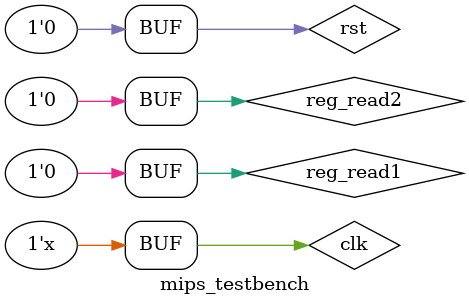
<source format=v>
/**
 * MIPS_TESTBENCH - testbench entry for MIPS
 * @module_name mips_testbench
 * @author Yongting Chen <yongting.chen@ucdconnect.ie>
 */
module mips_testbench ();
  wire clk, rst;

  // Setup the clock and trigger reset once

  initial begin
    clk = 1;
    rst = 1;
    reg_read1 = 0;
    reg_read2 = 0;
    #100 begin
      rst = 0;
    end
  end

  always #50 clk = ~clk;

  // then CPU
endmodule
</source>
